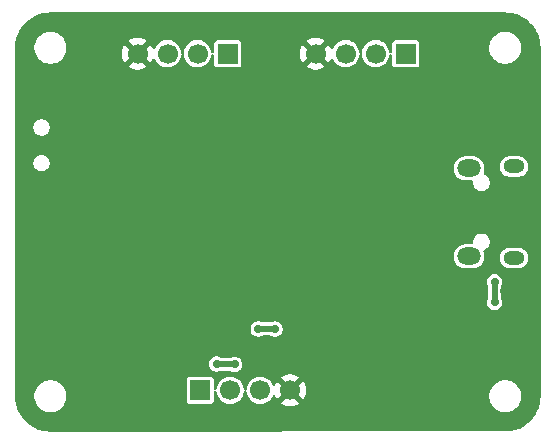
<source format=gbr>
%TF.GenerationSoftware,KiCad,Pcbnew,9.0.1*%
%TF.CreationDate,2025-05-17T01:13:41+02:00*%
%TF.ProjectId,kurs,6b757273-2e6b-4696-9361-645f70636258,rev?*%
%TF.SameCoordinates,Original*%
%TF.FileFunction,Copper,L2,Bot*%
%TF.FilePolarity,Positive*%
%FSLAX46Y46*%
G04 Gerber Fmt 4.6, Leading zero omitted, Abs format (unit mm)*
G04 Created by KiCad (PCBNEW 9.0.1) date 2025-05-17 01:13:41*
%MOMM*%
%LPD*%
G01*
G04 APERTURE LIST*
%TA.AperFunction,ComponentPad*%
%ADD10R,1.700000X1.700000*%
%TD*%
%TA.AperFunction,ComponentPad*%
%ADD11C,1.700000*%
%TD*%
%TA.AperFunction,HeatsinkPad*%
%ADD12O,1.800000X1.150000*%
%TD*%
%TA.AperFunction,HeatsinkPad*%
%ADD13O,2.000000X1.450000*%
%TD*%
%TA.AperFunction,ViaPad*%
%ADD14C,0.700000*%
%TD*%
%TA.AperFunction,Conductor*%
%ADD15C,0.500000*%
%TD*%
%TA.AperFunction,Conductor*%
%ADD16C,0.300000*%
%TD*%
G04 APERTURE END LIST*
D10*
%TO.P,J4,1,Pin_1*%
%TO.N,+3.3V*%
X63680000Y-83000000D03*
D11*
%TO.P,J4,2,Pin_2*%
%TO.N,/I2C2_SCL*%
X66220000Y-83000000D03*
%TO.P,J4,3,Pin_3*%
%TO.N,/ISC2_SDA*%
X68760000Y-83000000D03*
%TO.P,J4,4,Pin_4*%
%TO.N,GND*%
X71300000Y-83000000D03*
%TD*%
D12*
%TO.P,J1,6,Shield*%
%TO.N,unconnected-(J1-Shield-Pad6)*%
X90250000Y-71800000D03*
D13*
%TO.N,unconnected-(J1-Shield-Pad6)_2*%
X86450000Y-71650000D03*
%TO.N,unconnected-(J1-Shield-Pad6)_1*%
X86450000Y-64200000D03*
D12*
%TO.N,unconnected-(J1-Shield-Pad6)_3*%
X90250000Y-64050000D03*
%TD*%
D10*
%TO.P,J2,1,Pin_1*%
%TO.N,+3.3V*%
X81080000Y-54500000D03*
D11*
%TO.P,J2,2,Pin_2*%
%TO.N,/SWDIO*%
X78540000Y-54500000D03*
%TO.P,J2,3,Pin_3*%
%TO.N,/SWCLOCK*%
X76000000Y-54500000D03*
%TO.P,J2,4,Pin_4*%
%TO.N,GND*%
X73460000Y-54500000D03*
%TD*%
D10*
%TO.P,J3,1,Pin_1*%
%TO.N,+3.3V*%
X66000000Y-54500000D03*
D11*
%TO.P,J3,2,Pin_2*%
%TO.N,/USART1_TX*%
X63460000Y-54500000D03*
%TO.P,J3,3,Pin_3*%
%TO.N,/USART1_RX*%
X60920000Y-54500000D03*
%TO.P,J3,4,Pin_4*%
%TO.N,GND*%
X58380000Y-54500000D03*
%TD*%
D14*
%TO.N,+3.3V*%
X88600000Y-73800000D03*
X65080000Y-80772520D03*
X66600000Y-80800000D03*
X88600000Y-75550000D03*
X68600000Y-77800000D03*
X70000000Y-77800000D03*
%TO.N,GND*%
X61000000Y-67600000D03*
X53400000Y-60000000D03*
X70600000Y-71200000D03*
X62000000Y-63600000D03*
X75205025Y-66794975D03*
X89400000Y-74600000D03*
X79800000Y-75000000D03*
X65465267Y-69501816D03*
X85200000Y-66600000D03*
X60200000Y-75400000D03*
X60200000Y-74000000D03*
X80800000Y-75000000D03*
X56400000Y-69600000D03*
X84200000Y-76000000D03*
X66000000Y-65800000D03*
X79800000Y-70600000D03*
X60000000Y-64600000D03*
X58000000Y-64600000D03*
X79800000Y-71600000D03*
X67400000Y-75000000D03*
%TD*%
D15*
%TO.N,+3.3V*%
X70000000Y-77800000D02*
X68600000Y-77800000D01*
X66600000Y-80800000D02*
X65107480Y-80800000D01*
X88600000Y-73800000D02*
X88600000Y-75550000D01*
X65107480Y-80800000D02*
X65080000Y-80772520D01*
D16*
%TO.N,GND*%
X79800000Y-70400000D02*
X79800000Y-70600000D01*
%TD*%
%TA.AperFunction,Conductor*%
%TO.N,GND*%
G36*
X89503243Y-51000669D02*
G01*
X89780182Y-51015184D01*
X89787575Y-51015794D01*
X89849875Y-51022813D01*
X89855353Y-51023555D01*
X90097128Y-51061848D01*
X90105289Y-51063423D01*
X90160830Y-51076100D01*
X90165181Y-51077179D01*
X90408157Y-51142284D01*
X90416999Y-51145013D01*
X90459629Y-51159930D01*
X90463079Y-51161195D01*
X90709378Y-51255739D01*
X90718711Y-51259770D01*
X90739307Y-51269689D01*
X90741754Y-51270900D01*
X90993968Y-51399411D01*
X91005199Y-51405896D01*
X91067056Y-51446066D01*
X91257608Y-51569812D01*
X91268109Y-51577441D01*
X91502010Y-51766850D01*
X91511655Y-51775535D01*
X91724464Y-51988344D01*
X91733149Y-51997989D01*
X91922558Y-52231890D01*
X91930187Y-52242391D01*
X92094101Y-52494796D01*
X92100591Y-52506036D01*
X92229075Y-52758199D01*
X92230309Y-52760691D01*
X92240223Y-52781277D01*
X92244268Y-52790643D01*
X92338791Y-53036887D01*
X92340068Y-53040369D01*
X92354985Y-53082999D01*
X92357719Y-53091860D01*
X92422806Y-53334766D01*
X92423917Y-53339245D01*
X92426258Y-53349500D01*
X92436569Y-53394679D01*
X92438150Y-53402872D01*
X92476440Y-53644627D01*
X92477187Y-53650142D01*
X92484204Y-53712424D01*
X92484814Y-53719816D01*
X92499330Y-53996755D01*
X92499500Y-54003246D01*
X92499500Y-83496643D01*
X92499319Y-83503344D01*
X92483811Y-83789883D01*
X92483142Y-83797672D01*
X92475540Y-83862281D01*
X92474763Y-83867814D01*
X92433771Y-84118336D01*
X92432010Y-84127100D01*
X92418869Y-84182158D01*
X92417754Y-84186483D01*
X92347427Y-84440281D01*
X92344352Y-84449853D01*
X92331157Y-84485843D01*
X92329961Y-84488974D01*
X92225777Y-84750999D01*
X92220160Y-84763166D01*
X92074857Y-85037847D01*
X92067960Y-85049337D01*
X91893859Y-85306740D01*
X91885761Y-85317419D01*
X91684903Y-85554523D01*
X91675701Y-85564265D01*
X91450429Y-85778309D01*
X91440230Y-85787001D01*
X91193167Y-85975490D01*
X91182088Y-85983031D01*
X90940778Y-86128859D01*
X90937887Y-86130554D01*
X90904539Y-86149496D01*
X90895603Y-86154102D01*
X90656850Y-86265183D01*
X90652766Y-86266995D01*
X90600568Y-86289029D01*
X90592214Y-86292206D01*
X90351875Y-86373813D01*
X90346547Y-86375489D01*
X90284027Y-86393622D01*
X90276452Y-86395562D01*
X90006407Y-86455727D01*
X89979571Y-86458695D01*
X51003305Y-86499495D01*
X50996685Y-86499325D01*
X50719816Y-86484814D01*
X50712423Y-86484204D01*
X50650142Y-86477187D01*
X50644627Y-86476440D01*
X50402872Y-86438150D01*
X50394679Y-86436569D01*
X50356305Y-86427811D01*
X50339245Y-86423917D01*
X50334766Y-86422806D01*
X50091860Y-86357719D01*
X50082999Y-86354985D01*
X50040369Y-86340068D01*
X50036887Y-86338791D01*
X49790643Y-86244268D01*
X49781277Y-86240223D01*
X49760691Y-86230309D01*
X49758199Y-86229075D01*
X49506036Y-86100591D01*
X49494796Y-86094101D01*
X49242391Y-85930187D01*
X49231890Y-85922558D01*
X48997989Y-85733149D01*
X48988344Y-85724464D01*
X48775535Y-85511655D01*
X48766850Y-85502010D01*
X48577441Y-85268109D01*
X48569812Y-85257608D01*
X48430951Y-85043781D01*
X48405896Y-85005199D01*
X48399408Y-84993963D01*
X48333223Y-84864068D01*
X48270900Y-84741754D01*
X48269689Y-84739307D01*
X48259775Y-84718721D01*
X48255739Y-84709378D01*
X48161195Y-84463079D01*
X48159930Y-84459629D01*
X48145013Y-84416999D01*
X48142284Y-84408157D01*
X48077179Y-84165181D01*
X48076100Y-84160830D01*
X48063423Y-84105289D01*
X48061848Y-84097126D01*
X48056952Y-84066211D01*
X48023555Y-83855353D01*
X48022811Y-83849856D01*
X48015794Y-83787574D01*
X48015184Y-83780181D01*
X48011378Y-83707554D01*
X48000672Y-83503295D01*
X48000503Y-83496692D01*
X48000511Y-83489292D01*
X48000607Y-83393713D01*
X49649500Y-83393713D01*
X49649500Y-83606286D01*
X49682324Y-83813533D01*
X49682754Y-83816243D01*
X49737260Y-83983995D01*
X49748444Y-84018414D01*
X49844951Y-84207820D01*
X49969890Y-84379786D01*
X50120213Y-84530109D01*
X50292179Y-84655048D01*
X50292181Y-84655049D01*
X50292184Y-84655051D01*
X50481588Y-84751557D01*
X50683757Y-84817246D01*
X50893713Y-84850500D01*
X50893714Y-84850500D01*
X51106286Y-84850500D01*
X51106287Y-84850500D01*
X51316243Y-84817246D01*
X51518412Y-84751557D01*
X51707816Y-84655051D01*
X51769498Y-84610237D01*
X51879786Y-84530109D01*
X51879788Y-84530106D01*
X51879792Y-84530104D01*
X52030104Y-84379792D01*
X52030106Y-84379788D01*
X52030109Y-84379786D01*
X52155048Y-84207820D01*
X52155047Y-84207820D01*
X52155051Y-84207816D01*
X52251557Y-84018412D01*
X52317246Y-83816243D01*
X52350500Y-83606287D01*
X52350500Y-83393713D01*
X52317246Y-83183757D01*
X52251557Y-82981588D01*
X52155051Y-82792184D01*
X52155049Y-82792181D01*
X52155048Y-82792179D01*
X52030109Y-82620213D01*
X51879786Y-82469890D01*
X51707820Y-82344951D01*
X51518414Y-82248444D01*
X51518413Y-82248443D01*
X51518412Y-82248443D01*
X51316243Y-82182754D01*
X51316241Y-82182753D01*
X51316240Y-82182753D01*
X51154957Y-82157208D01*
X51106287Y-82149500D01*
X50893713Y-82149500D01*
X50845042Y-82157208D01*
X50683760Y-82182753D01*
X50481585Y-82248444D01*
X50292179Y-82344951D01*
X50120213Y-82469890D01*
X49969890Y-82620213D01*
X49844951Y-82792179D01*
X49748444Y-82981585D01*
X49748443Y-82981587D01*
X49748443Y-82981588D01*
X49727454Y-83046186D01*
X49682753Y-83183760D01*
X49649500Y-83393713D01*
X48000607Y-83393713D01*
X48001905Y-82105131D01*
X62529500Y-82105131D01*
X62529500Y-83894856D01*
X62529502Y-83894882D01*
X62532413Y-83919987D01*
X62532415Y-83919991D01*
X62577793Y-84022764D01*
X62577794Y-84022765D01*
X62657235Y-84102206D01*
X62760009Y-84147585D01*
X62785135Y-84150500D01*
X64574864Y-84150499D01*
X64574879Y-84150497D01*
X64574882Y-84150497D01*
X64599987Y-84147586D01*
X64599988Y-84147585D01*
X64599991Y-84147585D01*
X64702765Y-84102206D01*
X64782206Y-84022765D01*
X64827585Y-83919991D01*
X64830500Y-83894865D01*
X64830499Y-83157125D01*
X64850183Y-83090089D01*
X64902987Y-83044334D01*
X64972146Y-83034390D01*
X65035702Y-83063415D01*
X65073476Y-83122193D01*
X65076972Y-83137729D01*
X65097829Y-83269410D01*
X65153787Y-83441636D01*
X65153788Y-83441639D01*
X65236006Y-83602997D01*
X65342441Y-83749494D01*
X65342445Y-83749499D01*
X65470500Y-83877554D01*
X65470505Y-83877558D01*
X65594565Y-83967692D01*
X65617006Y-83983996D01*
X65693094Y-84022765D01*
X65778360Y-84066211D01*
X65778363Y-84066212D01*
X65864476Y-84094191D01*
X65950591Y-84122171D01*
X66033429Y-84135291D01*
X66129449Y-84150500D01*
X66129454Y-84150500D01*
X66310551Y-84150500D01*
X66397259Y-84136765D01*
X66489409Y-84122171D01*
X66661639Y-84066211D01*
X66822994Y-83983996D01*
X66969501Y-83877553D01*
X67097553Y-83749501D01*
X67203996Y-83602994D01*
X67286211Y-83441639D01*
X67342171Y-83269409D01*
X67356422Y-83179425D01*
X67367527Y-83109321D01*
X67397456Y-83046186D01*
X67456768Y-83009255D01*
X67526630Y-83010253D01*
X67584863Y-83048863D01*
X67612473Y-83109321D01*
X67637829Y-83269410D01*
X67693787Y-83441636D01*
X67693788Y-83441639D01*
X67776006Y-83602997D01*
X67882441Y-83749494D01*
X67882445Y-83749499D01*
X68010500Y-83877554D01*
X68010505Y-83877558D01*
X68134565Y-83967692D01*
X68157006Y-83983996D01*
X68233094Y-84022765D01*
X68318360Y-84066211D01*
X68318363Y-84066212D01*
X68404476Y-84094191D01*
X68490591Y-84122171D01*
X68573429Y-84135291D01*
X68669449Y-84150500D01*
X68669454Y-84150500D01*
X68850551Y-84150500D01*
X68937259Y-84136765D01*
X69029409Y-84122171D01*
X69201639Y-84066211D01*
X69362994Y-83983996D01*
X69485669Y-83894868D01*
X69509495Y-83877558D01*
X69509497Y-83877555D01*
X69509501Y-83877553D01*
X69637553Y-83749501D01*
X69743996Y-83602994D01*
X69811090Y-83471314D01*
X69859065Y-83420519D01*
X69926886Y-83403724D01*
X69993021Y-83426262D01*
X70036472Y-83480977D01*
X70039506Y-83489292D01*
X70048904Y-83518217D01*
X70145375Y-83707550D01*
X70184728Y-83761716D01*
X70817037Y-83129408D01*
X70834075Y-83192993D01*
X70899901Y-83307007D01*
X70992993Y-83400099D01*
X71107007Y-83465925D01*
X71170590Y-83482962D01*
X70538282Y-84115269D01*
X70538282Y-84115270D01*
X70592449Y-84154624D01*
X70781782Y-84251095D01*
X70983870Y-84316757D01*
X71193754Y-84350000D01*
X71406246Y-84350000D01*
X71616127Y-84316757D01*
X71616130Y-84316757D01*
X71818217Y-84251095D01*
X72007554Y-84154622D01*
X72061716Y-84115270D01*
X72061717Y-84115270D01*
X71429408Y-83482962D01*
X71492993Y-83465925D01*
X71607007Y-83400099D01*
X71700099Y-83307007D01*
X71765925Y-83192993D01*
X71782962Y-83129409D01*
X72415270Y-83761717D01*
X72415270Y-83761716D01*
X72454622Y-83707554D01*
X72551095Y-83518217D01*
X72591549Y-83393713D01*
X88149500Y-83393713D01*
X88149500Y-83606286D01*
X88182324Y-83813533D01*
X88182754Y-83816243D01*
X88237260Y-83983995D01*
X88248444Y-84018414D01*
X88344951Y-84207820D01*
X88469890Y-84379786D01*
X88620213Y-84530109D01*
X88792179Y-84655048D01*
X88792181Y-84655049D01*
X88792184Y-84655051D01*
X88981588Y-84751557D01*
X89183757Y-84817246D01*
X89393713Y-84850500D01*
X89393714Y-84850500D01*
X89606286Y-84850500D01*
X89606287Y-84850500D01*
X89816243Y-84817246D01*
X90018412Y-84751557D01*
X90207816Y-84655051D01*
X90269498Y-84610237D01*
X90379786Y-84530109D01*
X90379788Y-84530106D01*
X90379792Y-84530104D01*
X90530104Y-84379792D01*
X90530106Y-84379788D01*
X90530109Y-84379786D01*
X90655048Y-84207820D01*
X90655047Y-84207820D01*
X90655051Y-84207816D01*
X90751557Y-84018412D01*
X90817246Y-83816243D01*
X90850500Y-83606287D01*
X90850500Y-83393713D01*
X90817246Y-83183757D01*
X90751557Y-82981588D01*
X90655051Y-82792184D01*
X90655049Y-82792181D01*
X90655048Y-82792179D01*
X90530109Y-82620213D01*
X90379786Y-82469890D01*
X90207820Y-82344951D01*
X90018414Y-82248444D01*
X90018413Y-82248443D01*
X90018412Y-82248443D01*
X89816243Y-82182754D01*
X89816241Y-82182753D01*
X89816240Y-82182753D01*
X89654957Y-82157208D01*
X89606287Y-82149500D01*
X89393713Y-82149500D01*
X89345042Y-82157208D01*
X89183760Y-82182753D01*
X88981585Y-82248444D01*
X88792179Y-82344951D01*
X88620213Y-82469890D01*
X88469890Y-82620213D01*
X88344951Y-82792179D01*
X88248444Y-82981585D01*
X88248443Y-82981587D01*
X88248443Y-82981588D01*
X88227454Y-83046186D01*
X88182753Y-83183760D01*
X88149500Y-83393713D01*
X72591549Y-83393713D01*
X72605582Y-83350523D01*
X72605582Y-83350522D01*
X72616758Y-83316126D01*
X72650000Y-83106246D01*
X72650000Y-82893753D01*
X72616757Y-82683872D01*
X72616757Y-82683869D01*
X72551095Y-82481782D01*
X72454624Y-82292449D01*
X72415270Y-82238282D01*
X72415269Y-82238282D01*
X71782962Y-82870590D01*
X71765925Y-82807007D01*
X71700099Y-82692993D01*
X71607007Y-82599901D01*
X71492993Y-82534075D01*
X71429409Y-82517037D01*
X72061716Y-81884728D01*
X72007550Y-81845375D01*
X71818217Y-81748904D01*
X71616129Y-81683242D01*
X71406246Y-81650000D01*
X71193754Y-81650000D01*
X70983872Y-81683242D01*
X70983869Y-81683242D01*
X70781782Y-81748904D01*
X70592439Y-81845380D01*
X70538282Y-81884727D01*
X70538282Y-81884728D01*
X71170591Y-82517037D01*
X71107007Y-82534075D01*
X70992993Y-82599901D01*
X70899901Y-82692993D01*
X70834075Y-82807007D01*
X70817037Y-82870591D01*
X70184728Y-82238282D01*
X70184727Y-82238282D01*
X70145380Y-82292439D01*
X70048905Y-82481781D01*
X70039506Y-82510708D01*
X70000068Y-82568383D01*
X69935709Y-82595581D01*
X69866862Y-82583666D01*
X69815387Y-82536421D01*
X69811090Y-82528684D01*
X69787191Y-82481781D01*
X69743996Y-82397006D01*
X69706175Y-82344949D01*
X69637558Y-82250505D01*
X69637554Y-82250500D01*
X69509499Y-82122445D01*
X69509494Y-82122441D01*
X69385432Y-82032305D01*
X69362996Y-82016005D01*
X69201639Y-81933788D01*
X69201636Y-81933787D01*
X69029410Y-81877829D01*
X68850551Y-81849500D01*
X68850546Y-81849500D01*
X68669454Y-81849500D01*
X68669449Y-81849500D01*
X68490589Y-81877829D01*
X68318363Y-81933787D01*
X68318360Y-81933788D01*
X68157002Y-82016006D01*
X68010505Y-82122441D01*
X68010500Y-82122445D01*
X67882445Y-82250500D01*
X67882441Y-82250505D01*
X67776006Y-82397002D01*
X67693788Y-82558360D01*
X67693787Y-82558363D01*
X67637829Y-82730589D01*
X67612473Y-82890678D01*
X67582544Y-82953813D01*
X67523232Y-82990744D01*
X67453369Y-82989746D01*
X67395137Y-82951136D01*
X67367527Y-82890678D01*
X67351926Y-82792184D01*
X67342171Y-82730591D01*
X67299708Y-82599901D01*
X67286212Y-82558363D01*
X67286211Y-82558360D01*
X67247191Y-82481781D01*
X67203996Y-82397006D01*
X67166175Y-82344949D01*
X67097558Y-82250505D01*
X67097554Y-82250500D01*
X66969499Y-82122445D01*
X66969494Y-82122441D01*
X66822997Y-82016006D01*
X66822996Y-82016005D01*
X66822994Y-82016004D01*
X66746906Y-81977235D01*
X66661639Y-81933788D01*
X66661636Y-81933787D01*
X66489410Y-81877829D01*
X66310551Y-81849500D01*
X66310546Y-81849500D01*
X66129454Y-81849500D01*
X66129449Y-81849500D01*
X65950589Y-81877829D01*
X65778363Y-81933787D01*
X65778360Y-81933788D01*
X65617002Y-82016006D01*
X65470505Y-82122441D01*
X65470500Y-82122445D01*
X65342445Y-82250500D01*
X65342441Y-82250505D01*
X65236006Y-82397002D01*
X65153788Y-82558360D01*
X65153787Y-82558363D01*
X65097829Y-82730589D01*
X65076972Y-82862271D01*
X65047042Y-82925405D01*
X64987731Y-82962336D01*
X64917868Y-82961338D01*
X64859636Y-82922728D01*
X64831522Y-82858764D01*
X64830499Y-82842872D01*
X64830499Y-82105143D01*
X64830499Y-82105136D01*
X64830497Y-82105117D01*
X64827586Y-82080012D01*
X64827585Y-82080010D01*
X64827585Y-82080009D01*
X64782206Y-81977235D01*
X64702765Y-81897794D01*
X64702763Y-81897793D01*
X64599992Y-81852415D01*
X64574865Y-81849500D01*
X62785143Y-81849500D01*
X62785117Y-81849502D01*
X62760012Y-81852413D01*
X62760008Y-81852415D01*
X62657235Y-81897793D01*
X62577794Y-81977234D01*
X62532415Y-82080006D01*
X62532415Y-82080008D01*
X62529500Y-82105131D01*
X48001905Y-82105131D01*
X48003183Y-80836591D01*
X64429499Y-80836591D01*
X64454497Y-80962258D01*
X64454499Y-80962264D01*
X64503533Y-81080644D01*
X64503538Y-81080653D01*
X64574723Y-81187188D01*
X64574726Y-81187192D01*
X64665327Y-81277793D01*
X64665331Y-81277796D01*
X64771866Y-81348981D01*
X64771875Y-81348986D01*
X64798318Y-81359939D01*
X64890256Y-81398021D01*
X64890260Y-81398021D01*
X64890261Y-81398022D01*
X65015928Y-81423020D01*
X65015931Y-81423020D01*
X65144071Y-81423020D01*
X65228615Y-81406202D01*
X65269744Y-81398021D01*
X65361681Y-81359938D01*
X65409134Y-81350500D01*
X66215399Y-81350500D01*
X66282438Y-81370185D01*
X66284252Y-81371373D01*
X66291873Y-81376465D01*
X66410256Y-81425501D01*
X66410260Y-81425501D01*
X66410261Y-81425502D01*
X66535928Y-81450500D01*
X66535931Y-81450500D01*
X66664071Y-81450500D01*
X66748615Y-81433682D01*
X66789744Y-81425501D01*
X66908127Y-81376465D01*
X67014669Y-81305276D01*
X67105276Y-81214669D01*
X67176465Y-81108127D01*
X67225501Y-80989744D01*
X67250500Y-80864069D01*
X67250500Y-80735931D01*
X67250500Y-80735928D01*
X67225502Y-80610261D01*
X67225501Y-80610260D01*
X67225501Y-80610256D01*
X67176465Y-80491873D01*
X67176464Y-80491872D01*
X67176461Y-80491866D01*
X67105276Y-80385331D01*
X67105273Y-80385327D01*
X67014672Y-80294726D01*
X67014668Y-80294723D01*
X66908133Y-80223538D01*
X66908124Y-80223533D01*
X66789744Y-80174499D01*
X66789738Y-80174497D01*
X66664071Y-80149500D01*
X66664069Y-80149500D01*
X66535931Y-80149500D01*
X66535929Y-80149500D01*
X66410261Y-80174497D01*
X66410255Y-80174499D01*
X66291876Y-80223533D01*
X66291873Y-80223534D01*
X66291873Y-80223535D01*
X66284287Y-80228603D01*
X66217611Y-80249480D01*
X66215399Y-80249500D01*
X65505728Y-80249500D01*
X65438689Y-80229815D01*
X65436838Y-80228603D01*
X65388127Y-80196055D01*
X65388124Y-80196053D01*
X65269744Y-80147019D01*
X65269738Y-80147017D01*
X65144071Y-80122020D01*
X65144069Y-80122020D01*
X65015931Y-80122020D01*
X65015929Y-80122020D01*
X64890261Y-80147017D01*
X64890255Y-80147019D01*
X64771875Y-80196053D01*
X64771866Y-80196058D01*
X64665331Y-80267243D01*
X64665327Y-80267246D01*
X64574726Y-80357847D01*
X64574723Y-80357851D01*
X64503538Y-80464386D01*
X64503533Y-80464395D01*
X64454499Y-80582775D01*
X64454497Y-80582781D01*
X64429500Y-80708448D01*
X64429500Y-80708451D01*
X64429500Y-80836589D01*
X64429500Y-80836591D01*
X64429499Y-80836591D01*
X48003183Y-80836591D01*
X48006178Y-77864071D01*
X67949499Y-77864071D01*
X67974497Y-77989738D01*
X67974499Y-77989744D01*
X68023533Y-78108124D01*
X68023538Y-78108133D01*
X68094723Y-78214668D01*
X68094726Y-78214672D01*
X68185327Y-78305273D01*
X68185331Y-78305276D01*
X68291866Y-78376461D01*
X68291872Y-78376464D01*
X68291873Y-78376465D01*
X68410256Y-78425501D01*
X68410260Y-78425501D01*
X68410261Y-78425502D01*
X68535928Y-78450500D01*
X68535931Y-78450500D01*
X68664071Y-78450500D01*
X68748615Y-78433682D01*
X68789744Y-78425501D01*
X68908127Y-78376465D01*
X68915712Y-78371396D01*
X68982389Y-78350520D01*
X68984601Y-78350500D01*
X69615399Y-78350500D01*
X69682438Y-78370185D01*
X69684252Y-78371373D01*
X69691873Y-78376465D01*
X69810256Y-78425501D01*
X69810260Y-78425501D01*
X69810261Y-78425502D01*
X69935928Y-78450500D01*
X69935931Y-78450500D01*
X70064071Y-78450500D01*
X70148615Y-78433682D01*
X70189744Y-78425501D01*
X70308127Y-78376465D01*
X70414669Y-78305276D01*
X70505276Y-78214669D01*
X70576465Y-78108127D01*
X70625501Y-77989744D01*
X70650500Y-77864069D01*
X70650500Y-77735931D01*
X70650500Y-77735928D01*
X70625502Y-77610261D01*
X70625501Y-77610260D01*
X70625501Y-77610256D01*
X70576465Y-77491873D01*
X70576464Y-77491872D01*
X70576461Y-77491866D01*
X70505276Y-77385331D01*
X70505273Y-77385327D01*
X70414672Y-77294726D01*
X70414668Y-77294723D01*
X70308133Y-77223538D01*
X70308124Y-77223533D01*
X70189744Y-77174499D01*
X70189738Y-77174497D01*
X70064071Y-77149500D01*
X70064069Y-77149500D01*
X69935931Y-77149500D01*
X69935929Y-77149500D01*
X69810261Y-77174497D01*
X69810255Y-77174499D01*
X69691876Y-77223533D01*
X69691873Y-77223534D01*
X69691873Y-77223535D01*
X69684287Y-77228603D01*
X69617611Y-77249480D01*
X69615399Y-77249500D01*
X68984601Y-77249500D01*
X68917562Y-77229815D01*
X68915747Y-77228626D01*
X68908127Y-77223535D01*
X68908124Y-77223533D01*
X68908123Y-77223533D01*
X68789744Y-77174499D01*
X68789738Y-77174497D01*
X68664071Y-77149500D01*
X68664069Y-77149500D01*
X68535931Y-77149500D01*
X68535929Y-77149500D01*
X68410261Y-77174497D01*
X68410255Y-77174499D01*
X68291875Y-77223533D01*
X68291866Y-77223538D01*
X68185331Y-77294723D01*
X68185327Y-77294726D01*
X68094726Y-77385327D01*
X68094723Y-77385331D01*
X68023538Y-77491866D01*
X68023533Y-77491875D01*
X67974499Y-77610255D01*
X67974497Y-77610261D01*
X67949500Y-77735928D01*
X67949500Y-77735931D01*
X67949500Y-77864069D01*
X67949500Y-77864071D01*
X67949499Y-77864071D01*
X48006178Y-77864071D01*
X48010208Y-73864071D01*
X87949499Y-73864071D01*
X87974497Y-73989738D01*
X87974499Y-73989744D01*
X88023533Y-74108124D01*
X88023534Y-74108126D01*
X88023535Y-74108127D01*
X88028600Y-74115708D01*
X88049480Y-74182383D01*
X88049500Y-74184600D01*
X88049500Y-75165398D01*
X88029815Y-75232437D01*
X88028604Y-75234286D01*
X88023534Y-75241872D01*
X87974499Y-75360255D01*
X87974497Y-75360261D01*
X87949500Y-75485928D01*
X87949500Y-75485931D01*
X87949500Y-75614069D01*
X87949500Y-75614071D01*
X87949499Y-75614071D01*
X87974497Y-75739738D01*
X87974499Y-75739744D01*
X88023533Y-75858124D01*
X88023538Y-75858133D01*
X88094723Y-75964668D01*
X88094726Y-75964672D01*
X88185327Y-76055273D01*
X88185331Y-76055276D01*
X88291866Y-76126461D01*
X88291872Y-76126464D01*
X88291873Y-76126465D01*
X88410256Y-76175501D01*
X88410260Y-76175501D01*
X88410261Y-76175502D01*
X88535928Y-76200500D01*
X88535931Y-76200500D01*
X88664071Y-76200500D01*
X88748615Y-76183682D01*
X88789744Y-76175501D01*
X88908127Y-76126465D01*
X89014669Y-76055276D01*
X89105276Y-75964669D01*
X89176465Y-75858127D01*
X89225501Y-75739744D01*
X89250500Y-75614069D01*
X89250500Y-75485931D01*
X89250500Y-75485928D01*
X89225502Y-75360261D01*
X89225501Y-75360260D01*
X89225501Y-75360256D01*
X89176465Y-75241873D01*
X89176465Y-75241872D01*
X89171396Y-75234286D01*
X89150520Y-75167608D01*
X89150500Y-75165398D01*
X89150500Y-74184600D01*
X89170185Y-74117561D01*
X89171359Y-74115768D01*
X89176465Y-74108127D01*
X89225501Y-73989744D01*
X89250500Y-73864069D01*
X89250500Y-73735931D01*
X89250500Y-73735928D01*
X89225502Y-73610261D01*
X89225501Y-73610260D01*
X89225501Y-73610256D01*
X89176465Y-73491873D01*
X89176464Y-73491872D01*
X89176461Y-73491866D01*
X89105276Y-73385331D01*
X89105273Y-73385327D01*
X89014672Y-73294726D01*
X89014668Y-73294723D01*
X88908133Y-73223538D01*
X88908124Y-73223533D01*
X88789744Y-73174499D01*
X88789738Y-73174497D01*
X88664071Y-73149500D01*
X88664069Y-73149500D01*
X88535931Y-73149500D01*
X88535929Y-73149500D01*
X88410261Y-73174497D01*
X88410255Y-73174499D01*
X88291875Y-73223533D01*
X88291866Y-73223538D01*
X88185331Y-73294723D01*
X88185327Y-73294726D01*
X88094726Y-73385327D01*
X88094723Y-73385331D01*
X88023538Y-73491866D01*
X88023533Y-73491875D01*
X87974499Y-73610255D01*
X87974497Y-73610261D01*
X87949500Y-73735928D01*
X87949500Y-73735931D01*
X87949500Y-73864069D01*
X87949500Y-73864071D01*
X87949499Y-73864071D01*
X48010208Y-73864071D01*
X48012541Y-71548992D01*
X85149500Y-71548992D01*
X85149500Y-71751007D01*
X85188907Y-71949119D01*
X85188909Y-71949127D01*
X85266212Y-72135752D01*
X85266217Y-72135762D01*
X85378441Y-72303718D01*
X85521281Y-72446558D01*
X85689237Y-72558782D01*
X85689241Y-72558784D01*
X85689244Y-72558786D01*
X85875873Y-72636091D01*
X86073992Y-72675499D01*
X86073996Y-72675500D01*
X86073997Y-72675500D01*
X86826004Y-72675500D01*
X86826005Y-72675499D01*
X87024127Y-72636091D01*
X87210756Y-72558786D01*
X87378718Y-72446558D01*
X87521558Y-72303718D01*
X87633786Y-72135756D01*
X87711091Y-71949127D01*
X87750500Y-71751003D01*
X87750500Y-71713766D01*
X89049500Y-71713766D01*
X89049500Y-71886233D01*
X89083143Y-72055366D01*
X89083146Y-72055378D01*
X89149138Y-72214698D01*
X89149145Y-72214711D01*
X89244954Y-72358098D01*
X89244957Y-72358102D01*
X89366897Y-72480042D01*
X89366901Y-72480045D01*
X89510288Y-72575854D01*
X89510301Y-72575861D01*
X89655708Y-72636090D01*
X89669626Y-72641855D01*
X89838766Y-72675499D01*
X89838769Y-72675500D01*
X89838771Y-72675500D01*
X90661231Y-72675500D01*
X90661232Y-72675499D01*
X90830374Y-72641855D01*
X90989705Y-72575858D01*
X91133099Y-72480045D01*
X91255045Y-72358099D01*
X91350858Y-72214705D01*
X91416855Y-72055374D01*
X91450500Y-71886229D01*
X91450500Y-71713771D01*
X91450500Y-71713768D01*
X91450499Y-71713766D01*
X91416856Y-71544633D01*
X91416855Y-71544626D01*
X91416090Y-71542780D01*
X91350861Y-71385301D01*
X91350854Y-71385288D01*
X91255045Y-71241901D01*
X91255042Y-71241897D01*
X91133102Y-71119957D01*
X91133098Y-71119954D01*
X90989711Y-71024145D01*
X90989698Y-71024138D01*
X90830378Y-70958146D01*
X90830366Y-70958143D01*
X90661232Y-70924500D01*
X90661229Y-70924500D01*
X89838771Y-70924500D01*
X89838768Y-70924500D01*
X89669633Y-70958143D01*
X89669621Y-70958146D01*
X89510301Y-71024138D01*
X89510288Y-71024145D01*
X89366901Y-71119954D01*
X89366897Y-71119957D01*
X89244957Y-71241897D01*
X89244954Y-71241901D01*
X89149145Y-71385288D01*
X89149138Y-71385301D01*
X89083146Y-71544621D01*
X89083143Y-71544633D01*
X89049500Y-71713766D01*
X87750500Y-71713766D01*
X87750500Y-71548997D01*
X87711091Y-71350873D01*
X87668354Y-71247697D01*
X87660885Y-71178227D01*
X87692160Y-71115748D01*
X87735457Y-71085685D01*
X87831811Y-71045775D01*
X87946542Y-70969114D01*
X88044114Y-70871542D01*
X88120775Y-70756811D01*
X88127236Y-70741214D01*
X88173578Y-70629332D01*
X88173580Y-70629328D01*
X88187975Y-70556959D01*
X88200500Y-70493995D01*
X88200500Y-70356004D01*
X88173581Y-70220677D01*
X88173580Y-70220676D01*
X88173580Y-70220672D01*
X88173578Y-70220667D01*
X88120778Y-70093195D01*
X88120771Y-70093182D01*
X88044114Y-69978458D01*
X88044111Y-69978454D01*
X87946545Y-69880888D01*
X87946541Y-69880885D01*
X87831817Y-69804228D01*
X87831804Y-69804221D01*
X87704332Y-69751421D01*
X87704322Y-69751418D01*
X87568995Y-69724500D01*
X87568993Y-69724500D01*
X87431007Y-69724500D01*
X87431005Y-69724500D01*
X87295677Y-69751418D01*
X87295667Y-69751421D01*
X87168195Y-69804221D01*
X87168182Y-69804228D01*
X87053458Y-69880885D01*
X87053454Y-69880888D01*
X86955888Y-69978454D01*
X86955885Y-69978458D01*
X86879228Y-70093182D01*
X86879221Y-70093195D01*
X86826421Y-70220667D01*
X86826418Y-70220677D01*
X86799500Y-70356004D01*
X86799500Y-70500085D01*
X86796710Y-70500085D01*
X86785942Y-70556959D01*
X86737892Y-70607683D01*
X86675541Y-70624500D01*
X86073992Y-70624500D01*
X85875880Y-70663907D01*
X85875872Y-70663909D01*
X85689247Y-70741212D01*
X85689237Y-70741217D01*
X85521281Y-70853441D01*
X85378441Y-70996281D01*
X85266217Y-71164237D01*
X85266212Y-71164247D01*
X85188909Y-71350872D01*
X85188907Y-71350880D01*
X85149500Y-71548992D01*
X48012541Y-71548992D01*
X48020330Y-63818995D01*
X49539499Y-63818995D01*
X49566418Y-63954322D01*
X49566421Y-63954332D01*
X49619221Y-64081804D01*
X49619228Y-64081817D01*
X49695885Y-64196541D01*
X49695888Y-64196545D01*
X49793454Y-64294111D01*
X49793458Y-64294114D01*
X49908182Y-64370771D01*
X49908195Y-64370778D01*
X50035667Y-64423578D01*
X50035672Y-64423580D01*
X50035676Y-64423580D01*
X50035677Y-64423581D01*
X50171004Y-64450500D01*
X50171007Y-64450500D01*
X50308995Y-64450500D01*
X50400041Y-64432389D01*
X50444328Y-64423580D01*
X50571811Y-64370775D01*
X50686542Y-64294114D01*
X50784114Y-64196542D01*
X50849295Y-64098992D01*
X85149500Y-64098992D01*
X85149500Y-64301007D01*
X85188907Y-64499119D01*
X85188909Y-64499127D01*
X85266212Y-64685752D01*
X85266217Y-64685762D01*
X85378441Y-64853718D01*
X85521281Y-64996558D01*
X85689237Y-65108782D01*
X85689241Y-65108784D01*
X85689244Y-65108786D01*
X85875873Y-65186091D01*
X86049700Y-65220667D01*
X86073992Y-65225499D01*
X86073996Y-65225500D01*
X86073997Y-65225500D01*
X86675541Y-65225500D01*
X86742580Y-65245185D01*
X86788335Y-65297989D01*
X86796980Y-65349915D01*
X86799500Y-65349915D01*
X86799500Y-65356007D01*
X86799500Y-65493993D01*
X86799500Y-65493995D01*
X86799499Y-65493995D01*
X86826418Y-65629322D01*
X86826421Y-65629332D01*
X86879221Y-65756804D01*
X86879228Y-65756817D01*
X86955885Y-65871541D01*
X86955888Y-65871545D01*
X87053454Y-65969111D01*
X87053458Y-65969114D01*
X87168182Y-66045771D01*
X87168195Y-66045778D01*
X87295667Y-66098578D01*
X87295672Y-66098580D01*
X87295676Y-66098580D01*
X87295677Y-66098581D01*
X87431004Y-66125500D01*
X87431007Y-66125500D01*
X87568995Y-66125500D01*
X87660041Y-66107389D01*
X87704328Y-66098580D01*
X87831811Y-66045775D01*
X87946542Y-65969114D01*
X88044114Y-65871542D01*
X88120775Y-65756811D01*
X88173580Y-65629328D01*
X88200500Y-65493993D01*
X88200500Y-65356007D01*
X88200500Y-65356004D01*
X88173581Y-65220677D01*
X88173580Y-65220676D01*
X88173580Y-65220672D01*
X88127236Y-65108787D01*
X88120778Y-65093195D01*
X88120771Y-65093182D01*
X88044114Y-64978458D01*
X88044111Y-64978454D01*
X87946545Y-64880888D01*
X87946541Y-64880885D01*
X87831817Y-64804228D01*
X87831804Y-64804221D01*
X87735462Y-64764316D01*
X87681058Y-64720476D01*
X87658993Y-64654182D01*
X87668351Y-64602307D01*
X87711091Y-64499127D01*
X87750500Y-64301003D01*
X87750500Y-64098997D01*
X87739850Y-64045453D01*
X87727203Y-63981870D01*
X87723602Y-63963766D01*
X89049500Y-63963766D01*
X89049500Y-64136233D01*
X89083143Y-64305366D01*
X89083146Y-64305378D01*
X89149138Y-64464698D01*
X89149145Y-64464711D01*
X89244954Y-64608098D01*
X89244957Y-64608102D01*
X89366897Y-64730042D01*
X89366901Y-64730045D01*
X89510288Y-64825854D01*
X89510301Y-64825861D01*
X89643142Y-64880885D01*
X89669626Y-64891855D01*
X89838766Y-64925499D01*
X89838769Y-64925500D01*
X89838771Y-64925500D01*
X90661231Y-64925500D01*
X90661232Y-64925499D01*
X90830374Y-64891855D01*
X90989705Y-64825858D01*
X91133099Y-64730045D01*
X91255045Y-64608099D01*
X91350858Y-64464705D01*
X91416855Y-64305374D01*
X91450500Y-64136229D01*
X91450500Y-63963771D01*
X91450500Y-63963768D01*
X91450499Y-63963766D01*
X91437989Y-63900873D01*
X91416855Y-63794626D01*
X91369793Y-63681007D01*
X91350861Y-63635301D01*
X91350854Y-63635288D01*
X91255045Y-63491901D01*
X91255042Y-63491897D01*
X91133102Y-63369957D01*
X91133098Y-63369954D01*
X90989711Y-63274145D01*
X90989698Y-63274138D01*
X90830378Y-63208146D01*
X90830366Y-63208143D01*
X90661232Y-63174500D01*
X90661229Y-63174500D01*
X89838771Y-63174500D01*
X89838768Y-63174500D01*
X89669633Y-63208143D01*
X89669621Y-63208146D01*
X89510301Y-63274138D01*
X89510288Y-63274145D01*
X89366901Y-63369954D01*
X89366897Y-63369957D01*
X89244957Y-63491897D01*
X89244954Y-63491901D01*
X89149145Y-63635288D01*
X89149138Y-63635301D01*
X89083146Y-63794621D01*
X89083143Y-63794633D01*
X89049500Y-63963766D01*
X87723602Y-63963766D01*
X87711092Y-63900880D01*
X87711091Y-63900873D01*
X87633786Y-63714244D01*
X87633784Y-63714241D01*
X87633782Y-63714237D01*
X87521558Y-63546281D01*
X87378718Y-63403441D01*
X87210762Y-63291217D01*
X87210752Y-63291212D01*
X87024127Y-63213909D01*
X87024119Y-63213907D01*
X86826007Y-63174500D01*
X86826003Y-63174500D01*
X86073997Y-63174500D01*
X86073992Y-63174500D01*
X85875880Y-63213907D01*
X85875872Y-63213909D01*
X85689247Y-63291212D01*
X85689237Y-63291217D01*
X85521281Y-63403441D01*
X85378441Y-63546281D01*
X85266217Y-63714237D01*
X85266212Y-63714247D01*
X85188909Y-63900872D01*
X85188907Y-63900880D01*
X85149500Y-64098992D01*
X50849295Y-64098992D01*
X50860775Y-64081811D01*
X50913580Y-63954328D01*
X50940500Y-63818993D01*
X50940500Y-63681007D01*
X50940500Y-63681004D01*
X50913581Y-63545677D01*
X50913580Y-63545676D01*
X50913580Y-63545672D01*
X50913578Y-63545667D01*
X50860778Y-63418195D01*
X50860771Y-63418182D01*
X50784114Y-63303458D01*
X50784111Y-63303454D01*
X50686545Y-63205888D01*
X50686541Y-63205885D01*
X50571817Y-63129228D01*
X50571804Y-63129221D01*
X50444332Y-63076421D01*
X50444322Y-63076418D01*
X50308995Y-63049500D01*
X50308993Y-63049500D01*
X50171007Y-63049500D01*
X50171005Y-63049500D01*
X50035677Y-63076418D01*
X50035667Y-63076421D01*
X49908195Y-63129221D01*
X49908182Y-63129228D01*
X49793458Y-63205885D01*
X49793454Y-63205888D01*
X49695888Y-63303454D01*
X49695885Y-63303458D01*
X49619228Y-63418182D01*
X49619221Y-63418195D01*
X49566421Y-63545667D01*
X49566418Y-63545677D01*
X49539500Y-63681004D01*
X49539500Y-63681007D01*
X49539500Y-63818993D01*
X49539500Y-63818995D01*
X49539499Y-63818995D01*
X48020330Y-63818995D01*
X48023353Y-60818995D01*
X49539499Y-60818995D01*
X49566418Y-60954322D01*
X49566421Y-60954332D01*
X49619221Y-61081804D01*
X49619228Y-61081817D01*
X49695885Y-61196541D01*
X49695888Y-61196545D01*
X49793454Y-61294111D01*
X49793458Y-61294114D01*
X49908182Y-61370771D01*
X49908195Y-61370778D01*
X50035667Y-61423578D01*
X50035672Y-61423580D01*
X50035676Y-61423580D01*
X50035677Y-61423581D01*
X50171004Y-61450500D01*
X50171007Y-61450500D01*
X50308995Y-61450500D01*
X50400041Y-61432389D01*
X50444328Y-61423580D01*
X50571811Y-61370775D01*
X50686542Y-61294114D01*
X50784114Y-61196542D01*
X50860775Y-61081811D01*
X50913580Y-60954328D01*
X50940500Y-60818993D01*
X50940500Y-60681007D01*
X50940500Y-60681004D01*
X50913581Y-60545677D01*
X50913580Y-60545676D01*
X50913580Y-60545672D01*
X50913578Y-60545667D01*
X50860778Y-60418195D01*
X50860771Y-60418182D01*
X50784114Y-60303458D01*
X50784111Y-60303454D01*
X50686545Y-60205888D01*
X50686541Y-60205885D01*
X50571817Y-60129228D01*
X50571804Y-60129221D01*
X50444332Y-60076421D01*
X50444322Y-60076418D01*
X50308995Y-60049500D01*
X50308993Y-60049500D01*
X50171007Y-60049500D01*
X50171005Y-60049500D01*
X50035677Y-60076418D01*
X50035667Y-60076421D01*
X49908195Y-60129221D01*
X49908182Y-60129228D01*
X49793458Y-60205885D01*
X49793454Y-60205888D01*
X49695888Y-60303454D01*
X49695885Y-60303458D01*
X49619228Y-60418182D01*
X49619221Y-60418195D01*
X49566421Y-60545667D01*
X49566418Y-60545677D01*
X49539500Y-60681004D01*
X49539500Y-60681007D01*
X49539500Y-60818993D01*
X49539500Y-60818995D01*
X49539499Y-60818995D01*
X48023353Y-60818995D01*
X48030331Y-53893713D01*
X49649500Y-53893713D01*
X49649500Y-54106286D01*
X49669187Y-54230589D01*
X49682754Y-54316243D01*
X49742460Y-54499999D01*
X49748444Y-54518414D01*
X49844951Y-54707820D01*
X49969890Y-54879786D01*
X50120213Y-55030109D01*
X50292179Y-55155048D01*
X50292181Y-55155049D01*
X50292184Y-55155051D01*
X50481588Y-55251557D01*
X50683757Y-55317246D01*
X50893713Y-55350500D01*
X50893714Y-55350500D01*
X51106286Y-55350500D01*
X51106287Y-55350500D01*
X51316243Y-55317246D01*
X51518412Y-55251557D01*
X51707816Y-55155051D01*
X51779463Y-55102997D01*
X51879786Y-55030109D01*
X51879788Y-55030106D01*
X51879792Y-55030104D01*
X52030104Y-54879792D01*
X52030106Y-54879788D01*
X52030109Y-54879786D01*
X52155048Y-54707820D01*
X52155047Y-54707820D01*
X52155051Y-54707816D01*
X52251557Y-54518412D01*
X52292061Y-54393753D01*
X57030000Y-54393753D01*
X57030000Y-54606246D01*
X57063242Y-54816127D01*
X57063242Y-54816130D01*
X57128904Y-55018217D01*
X57225375Y-55207550D01*
X57264728Y-55261716D01*
X57897037Y-54629408D01*
X57914075Y-54692993D01*
X57979901Y-54807007D01*
X58072993Y-54900099D01*
X58187007Y-54965925D01*
X58250590Y-54982962D01*
X57618282Y-55615269D01*
X57618282Y-55615270D01*
X57672449Y-55654624D01*
X57861782Y-55751095D01*
X58063870Y-55816757D01*
X58273754Y-55850000D01*
X58486246Y-55850000D01*
X58696127Y-55816757D01*
X58696130Y-55816757D01*
X58898217Y-55751095D01*
X59087554Y-55654622D01*
X59141716Y-55615270D01*
X59141717Y-55615270D01*
X58509408Y-54982962D01*
X58572993Y-54965925D01*
X58687007Y-54900099D01*
X58780099Y-54807007D01*
X58845925Y-54692993D01*
X58862962Y-54629409D01*
X59495270Y-55261717D01*
X59495270Y-55261716D01*
X59534622Y-55207554D01*
X59631095Y-55018217D01*
X59640492Y-54989295D01*
X59679928Y-54931618D01*
X59744286Y-54904419D01*
X59813133Y-54916331D01*
X59864610Y-54963574D01*
X59868908Y-54971314D01*
X59936004Y-55102995D01*
X60042441Y-55249494D01*
X60042445Y-55249499D01*
X60170500Y-55377554D01*
X60170505Y-55377558D01*
X60298287Y-55470396D01*
X60317006Y-55483996D01*
X60393094Y-55522765D01*
X60478360Y-55566211D01*
X60478363Y-55566212D01*
X60564476Y-55594191D01*
X60650591Y-55622171D01*
X60733429Y-55635291D01*
X60829449Y-55650500D01*
X60829454Y-55650500D01*
X61010551Y-55650500D01*
X61097259Y-55636765D01*
X61189409Y-55622171D01*
X61361639Y-55566211D01*
X61522994Y-55483996D01*
X61669501Y-55377553D01*
X61797553Y-55249501D01*
X61903996Y-55102994D01*
X61986211Y-54941639D01*
X62042171Y-54769409D01*
X62063027Y-54637729D01*
X62067527Y-54609321D01*
X62097456Y-54546186D01*
X62156768Y-54509255D01*
X62226630Y-54510253D01*
X62284863Y-54548863D01*
X62312473Y-54609321D01*
X62337829Y-54769410D01*
X62393787Y-54941636D01*
X62393788Y-54941639D01*
X62476006Y-55102997D01*
X62582441Y-55249494D01*
X62582445Y-55249499D01*
X62710500Y-55377554D01*
X62710505Y-55377558D01*
X62838287Y-55470396D01*
X62857006Y-55483996D01*
X62933094Y-55522765D01*
X63018360Y-55566211D01*
X63018363Y-55566212D01*
X63104476Y-55594191D01*
X63190591Y-55622171D01*
X63273429Y-55635291D01*
X63369449Y-55650500D01*
X63369454Y-55650500D01*
X63550551Y-55650500D01*
X63637259Y-55636765D01*
X63729409Y-55622171D01*
X63901639Y-55566211D01*
X64062994Y-55483996D01*
X64209501Y-55377553D01*
X64337553Y-55249501D01*
X64443996Y-55102994D01*
X64526211Y-54941639D01*
X64582171Y-54769409D01*
X64603027Y-54637729D01*
X64632956Y-54574595D01*
X64692267Y-54537663D01*
X64762130Y-54538661D01*
X64820363Y-54577271D01*
X64848477Y-54641234D01*
X64849500Y-54657127D01*
X64849500Y-55394856D01*
X64849502Y-55394882D01*
X64852413Y-55419987D01*
X64852415Y-55419991D01*
X64897793Y-55522764D01*
X64897794Y-55522765D01*
X64977235Y-55602206D01*
X65080009Y-55647585D01*
X65105135Y-55650500D01*
X66894864Y-55650499D01*
X66894879Y-55650497D01*
X66894882Y-55650497D01*
X66919987Y-55647586D01*
X66919988Y-55647585D01*
X66919991Y-55647585D01*
X67022765Y-55602206D01*
X67102206Y-55522765D01*
X67147585Y-55419991D01*
X67150500Y-55394865D01*
X67150499Y-54393753D01*
X72110000Y-54393753D01*
X72110000Y-54606246D01*
X72143242Y-54816127D01*
X72143242Y-54816130D01*
X72208904Y-55018217D01*
X72305375Y-55207550D01*
X72344728Y-55261716D01*
X72977037Y-54629408D01*
X72994075Y-54692993D01*
X73059901Y-54807007D01*
X73152993Y-54900099D01*
X73267007Y-54965925D01*
X73330590Y-54982962D01*
X72698282Y-55615269D01*
X72698282Y-55615270D01*
X72752449Y-55654624D01*
X72941782Y-55751095D01*
X73143870Y-55816757D01*
X73353754Y-55850000D01*
X73566246Y-55850000D01*
X73776127Y-55816757D01*
X73776130Y-55816757D01*
X73978217Y-55751095D01*
X74167554Y-55654622D01*
X74221716Y-55615270D01*
X74221717Y-55615270D01*
X73589408Y-54982962D01*
X73652993Y-54965925D01*
X73767007Y-54900099D01*
X73860099Y-54807007D01*
X73925925Y-54692993D01*
X73942962Y-54629408D01*
X74575270Y-55261717D01*
X74575270Y-55261716D01*
X74614622Y-55207554D01*
X74711095Y-55018217D01*
X74720492Y-54989295D01*
X74759928Y-54931618D01*
X74824286Y-54904419D01*
X74893133Y-54916331D01*
X74944610Y-54963574D01*
X74948908Y-54971314D01*
X75016004Y-55102995D01*
X75122441Y-55249494D01*
X75122445Y-55249499D01*
X75250500Y-55377554D01*
X75250505Y-55377558D01*
X75378287Y-55470396D01*
X75397006Y-55483996D01*
X75473094Y-55522765D01*
X75558360Y-55566211D01*
X75558363Y-55566212D01*
X75644476Y-55594191D01*
X75730591Y-55622171D01*
X75813429Y-55635291D01*
X75909449Y-55650500D01*
X75909454Y-55650500D01*
X76090551Y-55650500D01*
X76177259Y-55636765D01*
X76269409Y-55622171D01*
X76441639Y-55566211D01*
X76602994Y-55483996D01*
X76749501Y-55377553D01*
X76877553Y-55249501D01*
X76983996Y-55102994D01*
X77066211Y-54941639D01*
X77122171Y-54769409D01*
X77143027Y-54637729D01*
X77147527Y-54609321D01*
X77177456Y-54546186D01*
X77236768Y-54509255D01*
X77306630Y-54510253D01*
X77364863Y-54548863D01*
X77392473Y-54609321D01*
X77417829Y-54769410D01*
X77473787Y-54941636D01*
X77473788Y-54941639D01*
X77556006Y-55102997D01*
X77662441Y-55249494D01*
X77662445Y-55249499D01*
X77790500Y-55377554D01*
X77790505Y-55377558D01*
X77918287Y-55470396D01*
X77937006Y-55483996D01*
X78013094Y-55522765D01*
X78098360Y-55566211D01*
X78098363Y-55566212D01*
X78184476Y-55594191D01*
X78270591Y-55622171D01*
X78353429Y-55635291D01*
X78449449Y-55650500D01*
X78449454Y-55650500D01*
X78630551Y-55650500D01*
X78717259Y-55636765D01*
X78809409Y-55622171D01*
X78981639Y-55566211D01*
X79142994Y-55483996D01*
X79289501Y-55377553D01*
X79417553Y-55249501D01*
X79523996Y-55102994D01*
X79606211Y-54941639D01*
X79662171Y-54769409D01*
X79683027Y-54637729D01*
X79712956Y-54574595D01*
X79772267Y-54537663D01*
X79842130Y-54538661D01*
X79900363Y-54577271D01*
X79928477Y-54641234D01*
X79929500Y-54657127D01*
X79929500Y-55394856D01*
X79929502Y-55394882D01*
X79932413Y-55419987D01*
X79932415Y-55419991D01*
X79977793Y-55522764D01*
X79977794Y-55522765D01*
X80057235Y-55602206D01*
X80160009Y-55647585D01*
X80185135Y-55650500D01*
X81974864Y-55650499D01*
X81974879Y-55650497D01*
X81974882Y-55650497D01*
X81999987Y-55647586D01*
X81999988Y-55647585D01*
X81999991Y-55647585D01*
X82102765Y-55602206D01*
X82182206Y-55522765D01*
X82227585Y-55419991D01*
X82230500Y-55394865D01*
X82230499Y-53893713D01*
X88149500Y-53893713D01*
X88149500Y-54106286D01*
X88169187Y-54230589D01*
X88182754Y-54316243D01*
X88242460Y-54499999D01*
X88248444Y-54518414D01*
X88344951Y-54707820D01*
X88469890Y-54879786D01*
X88620213Y-55030109D01*
X88792179Y-55155048D01*
X88792181Y-55155049D01*
X88792184Y-55155051D01*
X88981588Y-55251557D01*
X89183757Y-55317246D01*
X89393713Y-55350500D01*
X89393714Y-55350500D01*
X89606286Y-55350500D01*
X89606287Y-55350500D01*
X89816243Y-55317246D01*
X90018412Y-55251557D01*
X90207816Y-55155051D01*
X90279463Y-55102997D01*
X90379786Y-55030109D01*
X90379788Y-55030106D01*
X90379792Y-55030104D01*
X90530104Y-54879792D01*
X90530106Y-54879788D01*
X90530109Y-54879786D01*
X90655048Y-54707820D01*
X90655047Y-54707820D01*
X90655051Y-54707816D01*
X90751557Y-54518412D01*
X90817246Y-54316243D01*
X90850500Y-54106287D01*
X90850500Y-53893713D01*
X90817246Y-53683757D01*
X90751557Y-53481588D01*
X90655051Y-53292184D01*
X90655049Y-53292181D01*
X90655048Y-53292179D01*
X90530109Y-53120213D01*
X90379786Y-52969890D01*
X90207820Y-52844951D01*
X90018414Y-52748444D01*
X90018413Y-52748443D01*
X90018412Y-52748443D01*
X89816243Y-52682754D01*
X89816241Y-52682753D01*
X89816240Y-52682753D01*
X89654957Y-52657208D01*
X89606287Y-52649500D01*
X89393713Y-52649500D01*
X89345042Y-52657208D01*
X89183760Y-52682753D01*
X88981585Y-52748444D01*
X88792179Y-52844951D01*
X88620213Y-52969890D01*
X88469890Y-53120213D01*
X88344951Y-53292179D01*
X88248444Y-53481585D01*
X88182753Y-53683760D01*
X88149500Y-53893713D01*
X82230499Y-53893713D01*
X82230499Y-53605136D01*
X82228507Y-53587958D01*
X82227586Y-53580012D01*
X82227585Y-53580010D01*
X82227585Y-53580009D01*
X82182206Y-53477235D01*
X82102765Y-53397794D01*
X82095710Y-53394679D01*
X81999992Y-53352415D01*
X81974865Y-53349500D01*
X80185143Y-53349500D01*
X80185117Y-53349502D01*
X80160012Y-53352413D01*
X80160008Y-53352415D01*
X80057235Y-53397793D01*
X79977794Y-53477234D01*
X79932415Y-53580006D01*
X79932415Y-53580008D01*
X79929500Y-53605131D01*
X79929500Y-54342871D01*
X79909815Y-54409910D01*
X79857011Y-54455665D01*
X79787853Y-54465609D01*
X79724297Y-54436584D01*
X79686523Y-54377806D01*
X79683027Y-54362269D01*
X79674274Y-54307007D01*
X79662171Y-54230591D01*
X79606211Y-54058361D01*
X79606211Y-54058360D01*
X79567191Y-53981780D01*
X79523996Y-53897006D01*
X79484577Y-53842750D01*
X79417558Y-53750505D01*
X79417554Y-53750500D01*
X79289499Y-53622445D01*
X79289494Y-53622441D01*
X79142997Y-53516006D01*
X79142996Y-53516005D01*
X79142994Y-53516004D01*
X79075451Y-53481589D01*
X78981639Y-53433788D01*
X78981636Y-53433787D01*
X78809410Y-53377829D01*
X78630551Y-53349500D01*
X78630546Y-53349500D01*
X78449454Y-53349500D01*
X78449449Y-53349500D01*
X78270589Y-53377829D01*
X78098363Y-53433787D01*
X78098360Y-53433788D01*
X77937002Y-53516006D01*
X77790505Y-53622441D01*
X77790500Y-53622445D01*
X77662445Y-53750500D01*
X77662441Y-53750505D01*
X77556006Y-53897002D01*
X77473788Y-54058360D01*
X77473787Y-54058363D01*
X77417829Y-54230589D01*
X77392473Y-54390678D01*
X77362544Y-54453813D01*
X77303232Y-54490744D01*
X77233369Y-54489746D01*
X77175137Y-54451136D01*
X77147527Y-54390678D01*
X77133740Y-54303639D01*
X77122171Y-54230591D01*
X77066211Y-54058361D01*
X77066211Y-54058360D01*
X77027191Y-53981780D01*
X76983996Y-53897006D01*
X76944577Y-53842750D01*
X76877558Y-53750505D01*
X76877554Y-53750500D01*
X76749499Y-53622445D01*
X76749494Y-53622441D01*
X76602997Y-53516006D01*
X76602996Y-53516005D01*
X76602994Y-53516004D01*
X76535451Y-53481589D01*
X76441639Y-53433788D01*
X76441636Y-53433787D01*
X76269410Y-53377829D01*
X76090551Y-53349500D01*
X76090546Y-53349500D01*
X75909454Y-53349500D01*
X75909449Y-53349500D01*
X75730589Y-53377829D01*
X75558363Y-53433787D01*
X75558360Y-53433788D01*
X75397002Y-53516006D01*
X75250505Y-53622441D01*
X75250500Y-53622445D01*
X75122445Y-53750500D01*
X75122441Y-53750505D01*
X75016004Y-53897004D01*
X74948908Y-54028685D01*
X74900933Y-54079480D01*
X74833112Y-54096275D01*
X74766977Y-54073737D01*
X74723527Y-54019021D01*
X74720492Y-54010705D01*
X74711094Y-53981780D01*
X74614624Y-53792449D01*
X74575270Y-53738282D01*
X74575269Y-53738282D01*
X73942962Y-54370590D01*
X73925925Y-54307007D01*
X73860099Y-54192993D01*
X73767007Y-54099901D01*
X73652993Y-54034075D01*
X73589409Y-54017037D01*
X74221716Y-53384728D01*
X74167550Y-53345375D01*
X73978217Y-53248904D01*
X73776129Y-53183242D01*
X73566246Y-53150000D01*
X73353754Y-53150000D01*
X73143872Y-53183242D01*
X73143869Y-53183242D01*
X72941782Y-53248904D01*
X72752439Y-53345380D01*
X72698282Y-53384727D01*
X72698282Y-53384728D01*
X73330591Y-54017037D01*
X73267007Y-54034075D01*
X73152993Y-54099901D01*
X73059901Y-54192993D01*
X72994075Y-54307007D01*
X72977037Y-54370591D01*
X72344728Y-53738282D01*
X72344727Y-53738282D01*
X72305380Y-53792439D01*
X72208904Y-53981782D01*
X72143242Y-54183869D01*
X72143242Y-54183872D01*
X72110000Y-54393753D01*
X67150499Y-54393753D01*
X67150499Y-53605136D01*
X67148507Y-53587958D01*
X67147586Y-53580012D01*
X67147585Y-53580011D01*
X67147585Y-53580009D01*
X67102206Y-53477235D01*
X67022765Y-53397794D01*
X67015710Y-53394679D01*
X66919992Y-53352415D01*
X66894865Y-53349500D01*
X65105143Y-53349500D01*
X65105117Y-53349502D01*
X65080012Y-53352413D01*
X65080008Y-53352415D01*
X64977235Y-53397793D01*
X64897794Y-53477234D01*
X64852415Y-53580006D01*
X64852415Y-53580008D01*
X64849500Y-53605131D01*
X64849500Y-54342871D01*
X64829815Y-54409910D01*
X64777011Y-54455665D01*
X64707853Y-54465609D01*
X64644297Y-54436584D01*
X64606523Y-54377806D01*
X64603027Y-54362269D01*
X64594274Y-54307007D01*
X64582171Y-54230591D01*
X64526211Y-54058361D01*
X64526211Y-54058360D01*
X64487191Y-53981780D01*
X64443996Y-53897006D01*
X64404577Y-53842750D01*
X64337558Y-53750505D01*
X64337554Y-53750500D01*
X64209499Y-53622445D01*
X64209494Y-53622441D01*
X64062997Y-53516006D01*
X64062996Y-53516005D01*
X64062994Y-53516004D01*
X63995451Y-53481589D01*
X63901639Y-53433788D01*
X63901636Y-53433787D01*
X63729410Y-53377829D01*
X63550551Y-53349500D01*
X63550546Y-53349500D01*
X63369454Y-53349500D01*
X63369449Y-53349500D01*
X63190589Y-53377829D01*
X63018363Y-53433787D01*
X63018360Y-53433788D01*
X62857002Y-53516006D01*
X62710505Y-53622441D01*
X62710500Y-53622445D01*
X62582445Y-53750500D01*
X62582441Y-53750505D01*
X62476006Y-53897002D01*
X62393788Y-54058360D01*
X62393787Y-54058363D01*
X62337829Y-54230589D01*
X62312473Y-54390678D01*
X62282544Y-54453813D01*
X62223232Y-54490744D01*
X62153369Y-54489746D01*
X62095137Y-54451136D01*
X62067527Y-54390678D01*
X62053740Y-54303639D01*
X62042171Y-54230591D01*
X61986211Y-54058361D01*
X61986211Y-54058360D01*
X61947191Y-53981780D01*
X61903996Y-53897006D01*
X61864577Y-53842750D01*
X61797558Y-53750505D01*
X61797554Y-53750500D01*
X61669499Y-53622445D01*
X61669494Y-53622441D01*
X61522997Y-53516006D01*
X61522996Y-53516005D01*
X61522994Y-53516004D01*
X61455451Y-53481589D01*
X61361639Y-53433788D01*
X61361636Y-53433787D01*
X61189410Y-53377829D01*
X61010551Y-53349500D01*
X61010546Y-53349500D01*
X60829454Y-53349500D01*
X60829449Y-53349500D01*
X60650589Y-53377829D01*
X60478363Y-53433787D01*
X60478360Y-53433788D01*
X60317002Y-53516006D01*
X60170505Y-53622441D01*
X60170500Y-53622445D01*
X60042445Y-53750500D01*
X60042441Y-53750505D01*
X59936004Y-53897004D01*
X59868908Y-54028685D01*
X59820933Y-54079480D01*
X59753112Y-54096275D01*
X59686977Y-54073737D01*
X59643527Y-54019021D01*
X59640492Y-54010705D01*
X59631094Y-53981780D01*
X59534624Y-53792449D01*
X59495270Y-53738282D01*
X59495269Y-53738282D01*
X58862962Y-54370590D01*
X58845925Y-54307007D01*
X58780099Y-54192993D01*
X58687007Y-54099901D01*
X58572993Y-54034075D01*
X58509409Y-54017037D01*
X59141716Y-53384728D01*
X59087550Y-53345375D01*
X58898217Y-53248904D01*
X58696129Y-53183242D01*
X58486246Y-53150000D01*
X58273754Y-53150000D01*
X58063872Y-53183242D01*
X58063869Y-53183242D01*
X57861782Y-53248904D01*
X57672439Y-53345380D01*
X57618282Y-53384727D01*
X57618282Y-53384728D01*
X58250591Y-54017037D01*
X58187007Y-54034075D01*
X58072993Y-54099901D01*
X57979901Y-54192993D01*
X57914075Y-54307007D01*
X57897037Y-54370591D01*
X57264728Y-53738282D01*
X57264727Y-53738282D01*
X57225380Y-53792439D01*
X57128904Y-53981782D01*
X57063242Y-54183869D01*
X57063242Y-54183872D01*
X57030000Y-54393753D01*
X52292061Y-54393753D01*
X52317246Y-54316243D01*
X52350500Y-54106287D01*
X52350500Y-53893713D01*
X52317246Y-53683757D01*
X52251557Y-53481588D01*
X52155051Y-53292184D01*
X52155049Y-53292181D01*
X52155048Y-53292179D01*
X52030109Y-53120213D01*
X51879786Y-52969890D01*
X51707820Y-52844951D01*
X51518414Y-52748444D01*
X51518413Y-52748443D01*
X51518412Y-52748443D01*
X51316243Y-52682754D01*
X51316241Y-52682753D01*
X51316240Y-52682753D01*
X51154957Y-52657208D01*
X51106287Y-52649500D01*
X50893713Y-52649500D01*
X50845042Y-52657208D01*
X50683760Y-52682753D01*
X50481585Y-52748444D01*
X50292179Y-52844951D01*
X50120213Y-52969890D01*
X49969890Y-53120213D01*
X49844951Y-53292179D01*
X49748444Y-53481585D01*
X49682753Y-53683760D01*
X49649500Y-53893713D01*
X48030331Y-53893713D01*
X48030639Y-53587950D01*
X48033033Y-53563839D01*
X48088371Y-53286374D01*
X48090154Y-53278720D01*
X48107252Y-53214700D01*
X48108811Y-53209354D01*
X48186752Y-52963305D01*
X48189783Y-52954827D01*
X48211183Y-52901257D01*
X48212911Y-52897151D01*
X48321269Y-52652331D01*
X48325762Y-52643214D01*
X48344537Y-52608774D01*
X48346073Y-52606048D01*
X48490175Y-52358178D01*
X48497639Y-52346824D01*
X48685417Y-52092775D01*
X48694087Y-52082302D01*
X48807680Y-51959493D01*
X48908593Y-51850393D01*
X48918373Y-51840920D01*
X49157015Y-51633947D01*
X49167762Y-51625615D01*
X49427681Y-51446059D01*
X49439275Y-51438957D01*
X49717337Y-51288989D01*
X49729603Y-51283219D01*
X49995333Y-51175631D01*
X49998376Y-51174447D01*
X50035062Y-51160754D01*
X50044684Y-51157608D01*
X50302427Y-51084946D01*
X50306678Y-51083831D01*
X50362759Y-51070217D01*
X50371558Y-51068419D01*
X50626165Y-51026057D01*
X50631691Y-51025267D01*
X50697477Y-51017396D01*
X50705326Y-51016712D01*
X50949508Y-51003278D01*
X50996623Y-51000687D01*
X51003434Y-51000500D01*
X89496754Y-51000500D01*
X89503243Y-51000669D01*
G37*
%TD.AperFunction*%
%TD*%
M02*

</source>
